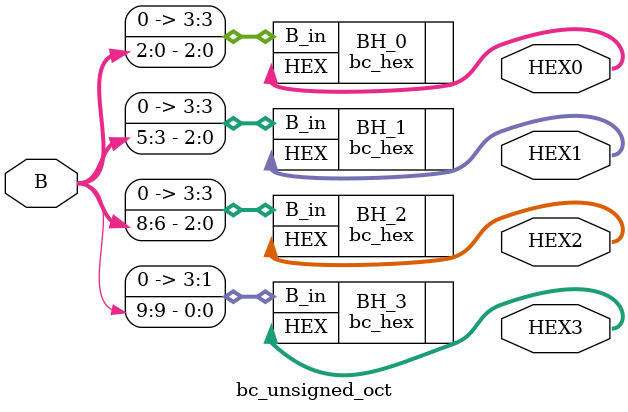
<source format=v>
module bc_unsigned_oct
(B, HEX0, HEX1, HEX2, HEX3);
  input [9:0] B;
  output [7:0] HEX0, HEX1, HEX2, HEX3;

  bc_hex BH_0(
    .B_in({1'b0, B[2:0]}),
    .HEX(HEX0)
  );

  bc_hex BH_1(
    .B_in({1'b0, B[5:3]}),
    .HEX(HEX1)
  );

  bc_hex BH_2(
    .B_in({1'b0, B[8:6]}),
    .HEX(HEX2)
  );

  bc_hex BH_3(
    .B_in({3'b000, B[9]}),
    .HEX(HEX3)
  );
endmodule
</source>
